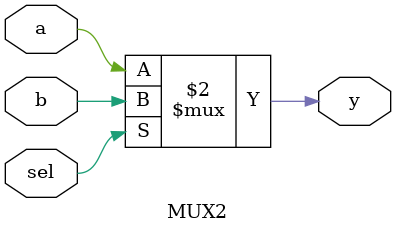
<source format=v>
module MUX2(
    input wire a,
    input wire b,
    input wire sel,
    output wire y
);
    assign y = (sel==0) ? a : b;
endmodule
</source>
